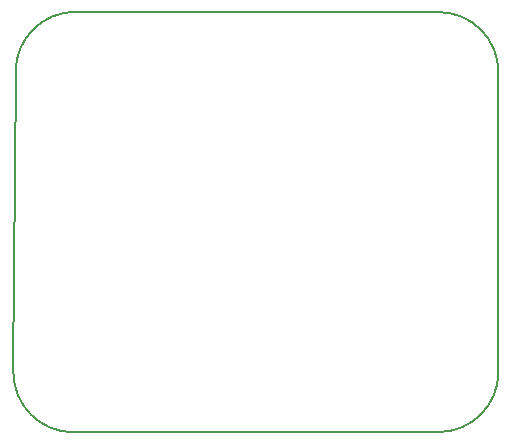
<source format=gbr>
%TF.GenerationSoftware,KiCad,Pcbnew,8.0.4*%
%TF.CreationDate,2024-11-03T19:16:22-06:00*%
%TF.ProjectId,M1 Schematic,4d312053-6368-4656-9d61-7469632e6b69,rev?*%
%TF.SameCoordinates,Original*%
%TF.FileFunction,Profile,NP*%
%FSLAX46Y46*%
G04 Gerber Fmt 4.6, Leading zero omitted, Abs format (unit mm)*
G04 Created by KiCad (PCBNEW 8.0.4) date 2024-11-03 19:16:22*
%MOMM*%
%LPD*%
G01*
G04 APERTURE LIST*
%TA.AperFunction,Profile*%
%ADD10C,0.200000*%
%TD*%
G04 APERTURE END LIST*
D10*
X177697898Y-106312102D02*
X177697898Y-80912102D01*
X136820000Y-80890000D02*
G75*
G02*
X141900000Y-75810000I5080000J0D01*
G01*
X172617898Y-75832102D02*
G75*
G02*
X177697898Y-80912102I2J-5079998D01*
G01*
X177697898Y-106312102D02*
G75*
G02*
X172617898Y-111392098I-5079998J2D01*
G01*
X172617898Y-75832102D02*
X141900000Y-75810000D01*
X172617898Y-111392102D02*
X141710000Y-111410000D01*
X141710000Y-111410000D02*
G75*
G02*
X136630000Y-106330000I0J5080000D01*
G01*
X136630000Y-106330000D02*
X136820000Y-80890000D01*
M02*

</source>
